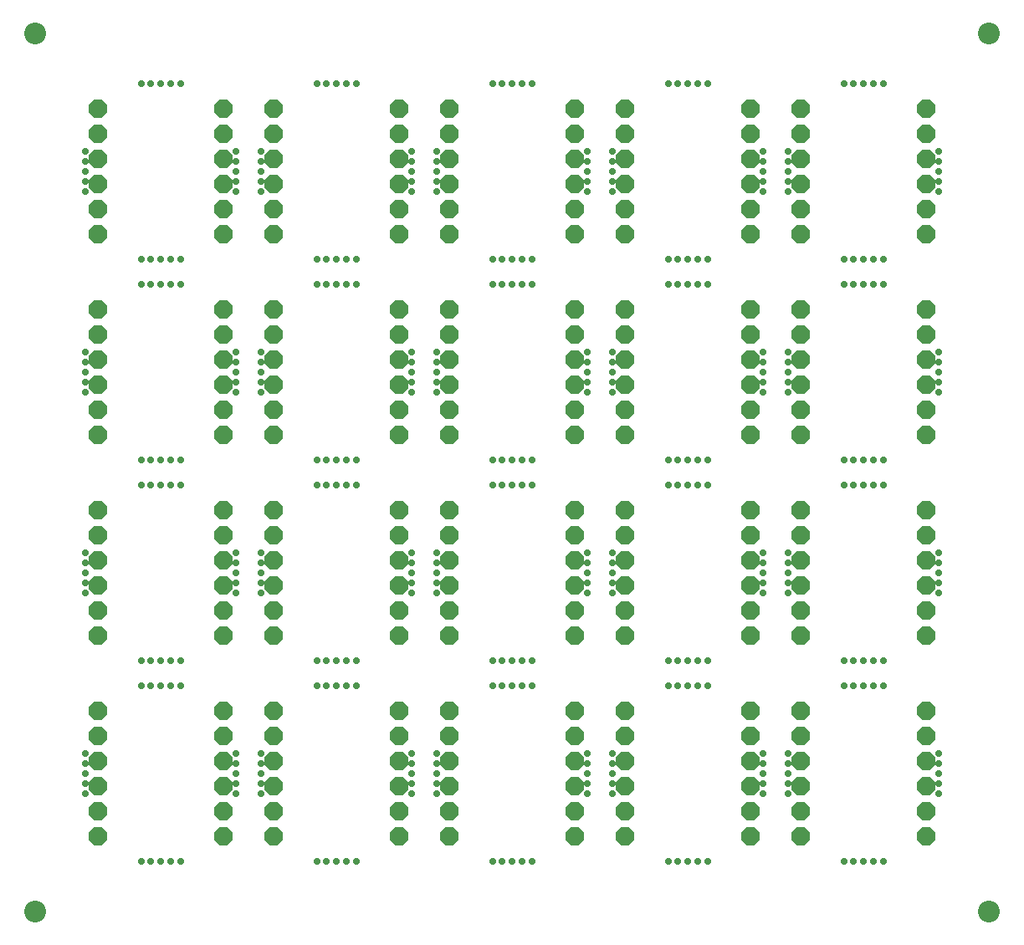
<source format=gbs>
G75*
G70*
%OFA0B0*%
%FSLAX24Y24*%
%IPPOS*%
%LPD*%
%AMOC8*
5,1,8,0,0,1.08239X$1,22.5*
%
%ADD10C,0.0277*%
%ADD11C,0.0867*%
%ADD12OC8,0.0720*%
D10*
X009365Y007156D03*
X009759Y007156D03*
X010152Y007156D03*
X010546Y007156D03*
X010940Y007156D03*
X013152Y009869D03*
X013152Y010262D03*
X013152Y010656D03*
X013152Y011050D03*
X013152Y011443D03*
X014152Y011443D03*
X014152Y011050D03*
X014152Y010656D03*
X014152Y010262D03*
X014152Y009869D03*
X016365Y007156D03*
X016759Y007156D03*
X017152Y007156D03*
X017546Y007156D03*
X017940Y007156D03*
X020152Y009869D03*
X020152Y010262D03*
X020152Y010656D03*
X020152Y011050D03*
X020152Y011443D03*
X021152Y011443D03*
X021152Y011050D03*
X021152Y010656D03*
X021152Y010262D03*
X021152Y009869D03*
X023365Y007156D03*
X023759Y007156D03*
X024152Y007156D03*
X024546Y007156D03*
X024940Y007156D03*
X027152Y009869D03*
X027152Y010262D03*
X027152Y010656D03*
X027152Y011050D03*
X027152Y011443D03*
X028152Y011443D03*
X028152Y011050D03*
X028152Y010656D03*
X028152Y010262D03*
X028152Y009869D03*
X030365Y007156D03*
X030759Y007156D03*
X031152Y007156D03*
X031546Y007156D03*
X031940Y007156D03*
X034152Y009869D03*
X034152Y010262D03*
X034152Y010656D03*
X034152Y011050D03*
X034152Y011443D03*
X035152Y011443D03*
X035152Y011050D03*
X035152Y010656D03*
X035152Y010262D03*
X035152Y009869D03*
X037365Y007156D03*
X037759Y007156D03*
X038152Y007156D03*
X038546Y007156D03*
X038940Y007156D03*
X041152Y009869D03*
X041152Y010262D03*
X041152Y010656D03*
X041152Y011050D03*
X041152Y011443D03*
X038940Y014156D03*
X038546Y014156D03*
X038152Y014156D03*
X037759Y014156D03*
X037365Y014156D03*
X037365Y015156D03*
X037759Y015156D03*
X038152Y015156D03*
X038546Y015156D03*
X038940Y015156D03*
X041152Y017869D03*
X041152Y018262D03*
X041152Y018656D03*
X041152Y019050D03*
X041152Y019443D03*
X038940Y022156D03*
X038546Y022156D03*
X038152Y022156D03*
X037759Y022156D03*
X037365Y022156D03*
X037365Y023156D03*
X037759Y023156D03*
X038152Y023156D03*
X038546Y023156D03*
X038940Y023156D03*
X041152Y025869D03*
X041152Y026262D03*
X041152Y026656D03*
X041152Y027050D03*
X041152Y027443D03*
X038940Y030156D03*
X038546Y030156D03*
X038152Y030156D03*
X037759Y030156D03*
X037365Y030156D03*
X037365Y031156D03*
X037759Y031156D03*
X038152Y031156D03*
X038546Y031156D03*
X038940Y031156D03*
X041152Y033869D03*
X041152Y034262D03*
X041152Y034656D03*
X041152Y035050D03*
X041152Y035443D03*
X038940Y038156D03*
X038546Y038156D03*
X038152Y038156D03*
X037759Y038156D03*
X037365Y038156D03*
X035152Y035443D03*
X035152Y035050D03*
X035152Y034656D03*
X035152Y034262D03*
X035152Y033869D03*
X034152Y033869D03*
X034152Y034262D03*
X034152Y034656D03*
X034152Y035050D03*
X034152Y035443D03*
X031940Y038156D03*
X031546Y038156D03*
X031152Y038156D03*
X030759Y038156D03*
X030365Y038156D03*
X028152Y035443D03*
X028152Y035050D03*
X028152Y034656D03*
X028152Y034262D03*
X028152Y033869D03*
X027152Y033869D03*
X027152Y034262D03*
X027152Y034656D03*
X027152Y035050D03*
X027152Y035443D03*
X024940Y038156D03*
X024546Y038156D03*
X024152Y038156D03*
X023759Y038156D03*
X023365Y038156D03*
X021152Y035443D03*
X021152Y035050D03*
X021152Y034656D03*
X021152Y034262D03*
X021152Y033869D03*
X020152Y033869D03*
X020152Y034262D03*
X020152Y034656D03*
X020152Y035050D03*
X020152Y035443D03*
X017940Y038156D03*
X017546Y038156D03*
X017152Y038156D03*
X016759Y038156D03*
X016365Y038156D03*
X014152Y035443D03*
X014152Y035050D03*
X014152Y034656D03*
X014152Y034262D03*
X014152Y033869D03*
X013152Y033869D03*
X013152Y034262D03*
X013152Y034656D03*
X013152Y035050D03*
X013152Y035443D03*
X010940Y038156D03*
X010546Y038156D03*
X010152Y038156D03*
X009759Y038156D03*
X009365Y038156D03*
X007152Y035443D03*
X007152Y035050D03*
X007152Y034656D03*
X007152Y034262D03*
X007152Y033869D03*
X009365Y031156D03*
X009759Y031156D03*
X010152Y031156D03*
X010546Y031156D03*
X010940Y031156D03*
X010940Y030156D03*
X010546Y030156D03*
X010152Y030156D03*
X009759Y030156D03*
X009365Y030156D03*
X007152Y027443D03*
X007152Y027050D03*
X007152Y026656D03*
X007152Y026262D03*
X007152Y025869D03*
X009365Y023156D03*
X009759Y023156D03*
X010152Y023156D03*
X010546Y023156D03*
X010940Y023156D03*
X010940Y022156D03*
X010546Y022156D03*
X010152Y022156D03*
X009759Y022156D03*
X009365Y022156D03*
X007152Y019443D03*
X007152Y019050D03*
X007152Y018656D03*
X007152Y018262D03*
X007152Y017869D03*
X009365Y015156D03*
X009759Y015156D03*
X010152Y015156D03*
X010546Y015156D03*
X010940Y015156D03*
X010940Y014156D03*
X010546Y014156D03*
X010152Y014156D03*
X009759Y014156D03*
X009365Y014156D03*
X007152Y011443D03*
X007152Y011050D03*
X007152Y010656D03*
X007152Y010262D03*
X007152Y009869D03*
X013152Y017869D03*
X013152Y018262D03*
X013152Y018656D03*
X013152Y019050D03*
X013152Y019443D03*
X014152Y019443D03*
X014152Y019050D03*
X014152Y018656D03*
X014152Y018262D03*
X014152Y017869D03*
X016365Y015156D03*
X016759Y015156D03*
X017152Y015156D03*
X017546Y015156D03*
X017940Y015156D03*
X017940Y014156D03*
X017546Y014156D03*
X017152Y014156D03*
X016759Y014156D03*
X016365Y014156D03*
X020152Y017869D03*
X020152Y018262D03*
X020152Y018656D03*
X020152Y019050D03*
X020152Y019443D03*
X021152Y019443D03*
X021152Y019050D03*
X021152Y018656D03*
X021152Y018262D03*
X021152Y017869D03*
X023365Y015156D03*
X023759Y015156D03*
X024152Y015156D03*
X024546Y015156D03*
X024940Y015156D03*
X024940Y014156D03*
X024546Y014156D03*
X024152Y014156D03*
X023759Y014156D03*
X023365Y014156D03*
X027152Y017869D03*
X027152Y018262D03*
X027152Y018656D03*
X027152Y019050D03*
X027152Y019443D03*
X028152Y019443D03*
X028152Y019050D03*
X028152Y018656D03*
X028152Y018262D03*
X028152Y017869D03*
X030365Y015156D03*
X030759Y015156D03*
X031152Y015156D03*
X031546Y015156D03*
X031940Y015156D03*
X031940Y014156D03*
X031546Y014156D03*
X031152Y014156D03*
X030759Y014156D03*
X030365Y014156D03*
X034152Y017869D03*
X034152Y018262D03*
X034152Y018656D03*
X034152Y019050D03*
X034152Y019443D03*
X035152Y019443D03*
X035152Y019050D03*
X035152Y018656D03*
X035152Y018262D03*
X035152Y017869D03*
X031940Y022156D03*
X031546Y022156D03*
X031152Y022156D03*
X030759Y022156D03*
X030365Y022156D03*
X030365Y023156D03*
X030759Y023156D03*
X031152Y023156D03*
X031546Y023156D03*
X031940Y023156D03*
X034152Y025869D03*
X034152Y026262D03*
X034152Y026656D03*
X034152Y027050D03*
X034152Y027443D03*
X035152Y027443D03*
X035152Y027050D03*
X035152Y026656D03*
X035152Y026262D03*
X035152Y025869D03*
X031940Y030156D03*
X031546Y030156D03*
X031152Y030156D03*
X030759Y030156D03*
X030365Y030156D03*
X030365Y031156D03*
X030759Y031156D03*
X031152Y031156D03*
X031546Y031156D03*
X031940Y031156D03*
X028152Y027443D03*
X028152Y027050D03*
X028152Y026656D03*
X028152Y026262D03*
X028152Y025869D03*
X027152Y025869D03*
X027152Y026262D03*
X027152Y026656D03*
X027152Y027050D03*
X027152Y027443D03*
X024940Y030156D03*
X024546Y030156D03*
X024152Y030156D03*
X023759Y030156D03*
X023365Y030156D03*
X023365Y031156D03*
X023759Y031156D03*
X024152Y031156D03*
X024546Y031156D03*
X024940Y031156D03*
X021152Y027443D03*
X021152Y027050D03*
X021152Y026656D03*
X021152Y026262D03*
X021152Y025869D03*
X020152Y025869D03*
X020152Y026262D03*
X020152Y026656D03*
X020152Y027050D03*
X020152Y027443D03*
X017940Y030156D03*
X017546Y030156D03*
X017152Y030156D03*
X016759Y030156D03*
X016365Y030156D03*
X016365Y031156D03*
X016759Y031156D03*
X017152Y031156D03*
X017546Y031156D03*
X017940Y031156D03*
X014152Y027443D03*
X014152Y027050D03*
X014152Y026656D03*
X014152Y026262D03*
X014152Y025869D03*
X013152Y025869D03*
X013152Y026262D03*
X013152Y026656D03*
X013152Y027050D03*
X013152Y027443D03*
X016365Y023156D03*
X016759Y023156D03*
X017152Y023156D03*
X017546Y023156D03*
X017940Y023156D03*
X017940Y022156D03*
X017546Y022156D03*
X017152Y022156D03*
X016759Y022156D03*
X016365Y022156D03*
X023365Y022156D03*
X023759Y022156D03*
X024152Y022156D03*
X024546Y022156D03*
X024940Y022156D03*
X024940Y023156D03*
X024546Y023156D03*
X024152Y023156D03*
X023759Y023156D03*
X023365Y023156D03*
D11*
X005152Y005156D03*
X005152Y040156D03*
X043152Y040156D03*
X043152Y005156D03*
D12*
X040652Y008156D03*
X040652Y009156D03*
X040652Y010156D03*
X040652Y011156D03*
X040652Y012156D03*
X040652Y013156D03*
X040652Y016156D03*
X040652Y017156D03*
X040652Y018156D03*
X040652Y019156D03*
X040652Y020156D03*
X040652Y021156D03*
X040652Y024156D03*
X040652Y025156D03*
X040652Y026156D03*
X040652Y027156D03*
X040652Y028156D03*
X040652Y029156D03*
X040652Y032156D03*
X040652Y033156D03*
X040652Y034156D03*
X040652Y035156D03*
X040652Y036156D03*
X040652Y037156D03*
X035652Y037156D03*
X035652Y036156D03*
X035652Y035156D03*
X035652Y034156D03*
X035652Y033156D03*
X035652Y032156D03*
X033652Y032156D03*
X033652Y033156D03*
X033652Y034156D03*
X033652Y035156D03*
X033652Y036156D03*
X033652Y037156D03*
X028652Y037156D03*
X028652Y036156D03*
X028652Y035156D03*
X028652Y034156D03*
X028652Y033156D03*
X028652Y032156D03*
X026652Y032156D03*
X026652Y033156D03*
X026652Y034156D03*
X026652Y035156D03*
X026652Y036156D03*
X026652Y037156D03*
X021652Y037156D03*
X021652Y036156D03*
X021652Y035156D03*
X021652Y034156D03*
X021652Y033156D03*
X021652Y032156D03*
X019652Y032156D03*
X019652Y033156D03*
X019652Y034156D03*
X019652Y035156D03*
X019652Y036156D03*
X019652Y037156D03*
X014652Y037156D03*
X014652Y036156D03*
X014652Y035156D03*
X014652Y034156D03*
X014652Y033156D03*
X014652Y032156D03*
X012652Y032156D03*
X012652Y033156D03*
X012652Y034156D03*
X012652Y035156D03*
X012652Y036156D03*
X012652Y037156D03*
X007652Y037156D03*
X007652Y036156D03*
X007652Y035156D03*
X007652Y034156D03*
X007652Y033156D03*
X007652Y032156D03*
X007652Y029156D03*
X007652Y028156D03*
X007652Y027156D03*
X007652Y026156D03*
X007652Y025156D03*
X007652Y024156D03*
X007652Y021156D03*
X007652Y020156D03*
X007652Y019156D03*
X007652Y018156D03*
X007652Y017156D03*
X007652Y016156D03*
X007652Y013156D03*
X007652Y012156D03*
X007652Y011156D03*
X007652Y010156D03*
X007652Y009156D03*
X007652Y008156D03*
X012652Y008156D03*
X012652Y009156D03*
X012652Y010156D03*
X012652Y011156D03*
X012652Y012156D03*
X012652Y013156D03*
X014652Y013156D03*
X014652Y012156D03*
X014652Y011156D03*
X014652Y010156D03*
X014652Y009156D03*
X014652Y008156D03*
X019652Y008156D03*
X019652Y009156D03*
X019652Y010156D03*
X019652Y011156D03*
X019652Y012156D03*
X019652Y013156D03*
X021652Y013156D03*
X021652Y012156D03*
X021652Y011156D03*
X021652Y010156D03*
X021652Y009156D03*
X021652Y008156D03*
X026652Y008156D03*
X026652Y009156D03*
X026652Y010156D03*
X026652Y011156D03*
X026652Y012156D03*
X026652Y013156D03*
X028652Y013156D03*
X028652Y012156D03*
X028652Y011156D03*
X028652Y010156D03*
X028652Y009156D03*
X028652Y008156D03*
X033652Y008156D03*
X033652Y009156D03*
X033652Y010156D03*
X033652Y011156D03*
X033652Y012156D03*
X033652Y013156D03*
X035652Y013156D03*
X035652Y012156D03*
X035652Y011156D03*
X035652Y010156D03*
X035652Y009156D03*
X035652Y008156D03*
X035652Y016156D03*
X035652Y017156D03*
X035652Y018156D03*
X035652Y019156D03*
X035652Y020156D03*
X035652Y021156D03*
X033652Y021156D03*
X033652Y020156D03*
X033652Y019156D03*
X033652Y018156D03*
X033652Y017156D03*
X033652Y016156D03*
X028652Y016156D03*
X028652Y017156D03*
X028652Y018156D03*
X028652Y019156D03*
X028652Y020156D03*
X028652Y021156D03*
X026652Y021156D03*
X026652Y020156D03*
X026652Y019156D03*
X026652Y018156D03*
X026652Y017156D03*
X026652Y016156D03*
X021652Y016156D03*
X021652Y017156D03*
X021652Y018156D03*
X021652Y019156D03*
X021652Y020156D03*
X021652Y021156D03*
X019652Y021156D03*
X019652Y020156D03*
X019652Y019156D03*
X019652Y018156D03*
X019652Y017156D03*
X019652Y016156D03*
X014652Y016156D03*
X014652Y017156D03*
X014652Y018156D03*
X014652Y019156D03*
X014652Y020156D03*
X014652Y021156D03*
X012652Y021156D03*
X012652Y020156D03*
X012652Y019156D03*
X012652Y018156D03*
X012652Y017156D03*
X012652Y016156D03*
X012652Y024156D03*
X012652Y025156D03*
X012652Y026156D03*
X012652Y027156D03*
X012652Y028156D03*
X012652Y029156D03*
X014652Y029156D03*
X014652Y028156D03*
X014652Y027156D03*
X014652Y026156D03*
X014652Y025156D03*
X014652Y024156D03*
X019652Y024156D03*
X019652Y025156D03*
X019652Y026156D03*
X019652Y027156D03*
X019652Y028156D03*
X019652Y029156D03*
X021652Y029156D03*
X021652Y028156D03*
X021652Y027156D03*
X021652Y026156D03*
X021652Y025156D03*
X021652Y024156D03*
X026652Y024156D03*
X026652Y025156D03*
X026652Y026156D03*
X026652Y027156D03*
X026652Y028156D03*
X026652Y029156D03*
X028652Y029156D03*
X028652Y028156D03*
X028652Y027156D03*
X028652Y026156D03*
X028652Y025156D03*
X028652Y024156D03*
X033652Y024156D03*
X033652Y025156D03*
X033652Y026156D03*
X033652Y027156D03*
X033652Y028156D03*
X033652Y029156D03*
X035652Y029156D03*
X035652Y028156D03*
X035652Y027156D03*
X035652Y026156D03*
X035652Y025156D03*
X035652Y024156D03*
M02*

</source>
